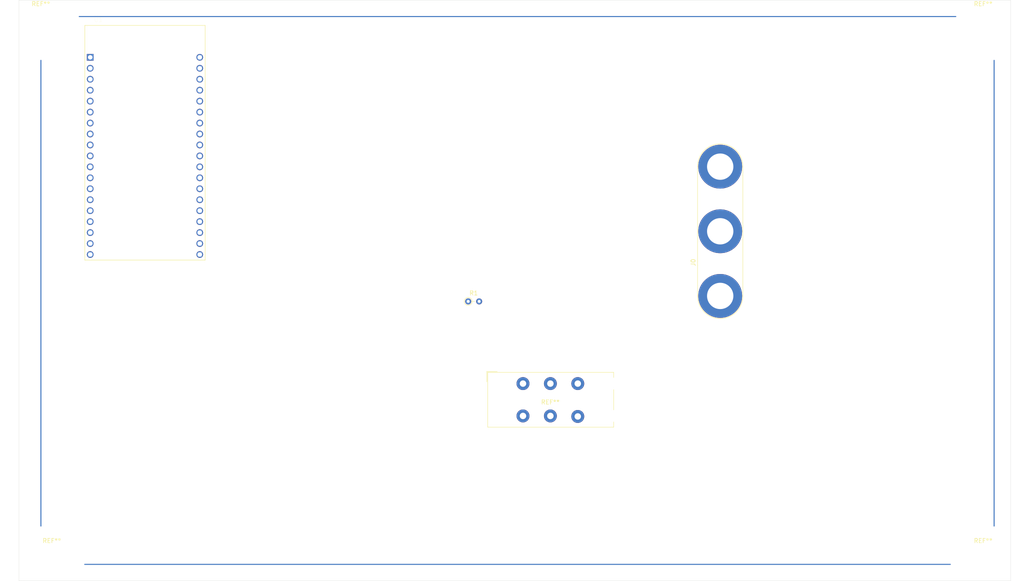
<source format=kicad_pcb>
(kicad_pcb (version 20171130) (host pcbnew 5.1.5)

  (general
    (thickness 1.6)
    (drawings 5)
    (tracks 4)
    (zones 0)
    (modules 8)
    (nets 39)
  )

  (page A4)
  (layers
    (0 F.Cu signal)
    (31 B.Cu signal)
    (32 B.Adhes user)
    (33 F.Adhes user)
    (34 B.Paste user)
    (35 F.Paste user)
    (36 B.SilkS user)
    (37 F.SilkS user)
    (38 B.Mask user)
    (39 F.Mask user)
    (40 Dwgs.User user)
    (41 Cmts.User user)
    (42 Eco1.User user)
    (43 Eco2.User user)
    (44 Edge.Cuts user)
    (45 Margin user)
    (46 B.CrtYd user)
    (47 F.CrtYd user)
    (48 B.Fab user)
    (49 F.Fab user)
  )

  (setup
    (last_trace_width 0.25)
    (trace_clearance 0.2)
    (zone_clearance 0.508)
    (zone_45_only no)
    (trace_min 0.2)
    (via_size 0.8)
    (via_drill 0.4)
    (via_min_size 0.4)
    (via_min_drill 0.3)
    (uvia_size 0.3)
    (uvia_drill 0.1)
    (uvias_allowed no)
    (uvia_min_size 0.2)
    (uvia_min_drill 0.1)
    (edge_width 0.05)
    (segment_width 0.2)
    (pcb_text_width 0.3)
    (pcb_text_size 1.5 1.5)
    (mod_edge_width 0.12)
    (mod_text_size 1 1)
    (mod_text_width 0.15)
    (pad_size 1.524 1.524)
    (pad_drill 0.762)
    (pad_to_mask_clearance 0.051)
    (solder_mask_min_width 0.25)
    (aux_axis_origin 0 0)
    (visible_elements FFFFFF7F)
    (pcbplotparams
      (layerselection 0x010fc_ffffffff)
      (usegerberextensions false)
      (usegerberattributes false)
      (usegerberadvancedattributes false)
      (creategerberjobfile false)
      (excludeedgelayer true)
      (linewidth 0.100000)
      (plotframeref false)
      (viasonmask false)
      (mode 1)
      (useauxorigin false)
      (hpglpennumber 1)
      (hpglpenspeed 20)
      (hpglpendiameter 15.000000)
      (psnegative false)
      (psa4output false)
      (plotreference true)
      (plotvalue true)
      (plotinvisibletext false)
      (padsonsilk false)
      (subtractmaskfromsilk false)
      (outputformat 1)
      (mirror false)
      (drillshape 1)
      (scaleselection 1)
      (outputdirectory ""))
  )

  (net 0 "")
  (net 1 +3V3)
  (net 2 GND)
  (net 3 "Net-(J0-Pad2)")
  (net 4 "Net-(U1-Pad2)")
  (net 5 "Net-(U1-Pad19)")
  (net 6 "Net-(U1-Pad3)")
  (net 7 "Net-(U1-Pad4)")
  (net 8 "Net-(U1-Pad5)")
  (net 9 "Net-(U1-Pad6)")
  (net 10 "Net-(U1-Pad7)")
  (net 11 "Net-(U1-Pad8)")
  (net 12 "Net-(U1-Pad9)")
  (net 13 "Net-(U1-Pad10)")
  (net 14 "Net-(U1-Pad11)")
  (net 15 "Net-(U1-Pad12)")
  (net 16 "Net-(U1-Pad13)")
  (net 17 "Net-(U1-Pad14)")
  (net 18 "Net-(U1-Pad15)")
  (net 19 "Net-(U1-Pad16)")
  (net 20 "Net-(U1-Pad17)")
  (net 21 "Net-(U1-Pad18)")
  (net 22 "Net-(U1-Pad21)")
  (net 23 "Net-(U1-Pad22)")
  (net 24 "Net-(U1-Pad23)")
  (net 25 "Net-(U1-Pad24)")
  (net 26 "Net-(U1-Pad25)")
  (net 27 "Net-(U1-Pad26)")
  (net 28 "Net-(U1-Pad27)")
  (net 29 "Net-(U1-Pad28)")
  (net 30 "Net-(U1-Pad29)")
  (net 31 "Net-(U1-Pad30)")
  (net 32 "Net-(U1-Pad31)")
  (net 33 "Net-(U1-Pad33)")
  (net 34 "Net-(U1-Pad34)")
  (net 35 "Net-(U1-Pad35)")
  (net 36 "Net-(U1-Pad36)")
  (net 37 "Net-(U1-Pad37)")
  (net 38 "Net-(U1-Pad38)")

  (net_class Default "Esta é a classe de rede padrão."
    (clearance 0.2)
    (trace_width 0.25)
    (via_dia 0.8)
    (via_drill 0.4)
    (uvia_dia 0.3)
    (uvia_drill 0.1)
    (add_net +3V3)
    (add_net GND)
    (add_net "Net-(J0-Pad2)")
    (add_net "Net-(U1-Pad10)")
    (add_net "Net-(U1-Pad11)")
    (add_net "Net-(U1-Pad12)")
    (add_net "Net-(U1-Pad13)")
    (add_net "Net-(U1-Pad14)")
    (add_net "Net-(U1-Pad15)")
    (add_net "Net-(U1-Pad16)")
    (add_net "Net-(U1-Pad17)")
    (add_net "Net-(U1-Pad18)")
    (add_net "Net-(U1-Pad19)")
    (add_net "Net-(U1-Pad2)")
    (add_net "Net-(U1-Pad21)")
    (add_net "Net-(U1-Pad22)")
    (add_net "Net-(U1-Pad23)")
    (add_net "Net-(U1-Pad24)")
    (add_net "Net-(U1-Pad25)")
    (add_net "Net-(U1-Pad26)")
    (add_net "Net-(U1-Pad27)")
    (add_net "Net-(U1-Pad28)")
    (add_net "Net-(U1-Pad29)")
    (add_net "Net-(U1-Pad3)")
    (add_net "Net-(U1-Pad30)")
    (add_net "Net-(U1-Pad31)")
    (add_net "Net-(U1-Pad33)")
    (add_net "Net-(U1-Pad34)")
    (add_net "Net-(U1-Pad35)")
    (add_net "Net-(U1-Pad36)")
    (add_net "Net-(U1-Pad37)")
    (add_net "Net-(U1-Pad38)")
    (add_net "Net-(U1-Pad4)")
    (add_net "Net-(U1-Pad5)")
    (add_net "Net-(U1-Pad6)")
    (add_net "Net-(U1-Pad7)")
    (add_net "Net-(U1-Pad8)")
    (add_net "Net-(U1-Pad9)")
  )

  (module MountingHole:MountingHole_3.2mm_M3 (layer F.Cu) (tedit 56D1B4CB) (tstamp 5E89039C)
    (at 34.29 151.13)
    (descr "Mounting Hole 3.2mm, no annular, M3")
    (tags "mounting hole 3.2mm no annular m3")
    (attr virtual)
    (fp_text reference REF** (at 0 -4.2) (layer F.SilkS)
      (effects (font (size 1 1) (thickness 0.15)))
    )
    (fp_text value MountingHole_3.2mm_M3 (at 0 4.2) (layer F.Fab)
      (effects (font (size 1 1) (thickness 0.15)))
    )
    (fp_text user %R (at 0.3 0) (layer F.Fab)
      (effects (font (size 1 1) (thickness 0.15)))
    )
    (fp_circle (center 0 0) (end 3.2 0) (layer Cmts.User) (width 0.15))
    (fp_circle (center 0 0) (end 3.45 0) (layer F.CrtYd) (width 0.05))
    (pad 1 np_thru_hole circle (at 0 0) (size 3.2 3.2) (drill 3.2) (layers *.Cu *.Mask))
  )

  (module MountingHole:MountingHole_3.2mm_M3 (layer F.Cu) (tedit 56D1B4CB) (tstamp 5E89038E)
    (at 250.19 151.13)
    (descr "Mounting Hole 3.2mm, no annular, M3")
    (tags "mounting hole 3.2mm no annular m3")
    (attr virtual)
    (fp_text reference REF** (at 0 -4.2) (layer F.SilkS)
      (effects (font (size 1 1) (thickness 0.15)))
    )
    (fp_text value MountingHole_3.2mm_M3 (at 0 4.2) (layer F.Fab)
      (effects (font (size 1 1) (thickness 0.15)))
    )
    (fp_circle (center 0 0) (end 3.45 0) (layer F.CrtYd) (width 0.05))
    (fp_circle (center 0 0) (end 3.2 0) (layer Cmts.User) (width 0.15))
    (fp_text user %R (at 0.3 0) (layer F.Fab)
      (effects (font (size 1 1) (thickness 0.15)))
    )
    (pad 1 np_thru_hole circle (at 0 0) (size 3.2 3.2) (drill 3.2) (layers *.Cu *.Mask))
  )

  (module MountingHole:MountingHole_3.2mm_M3 (layer F.Cu) (tedit 56D1B4CB) (tstamp 5E890380)
    (at 250.19 26.67)
    (descr "Mounting Hole 3.2mm, no annular, M3")
    (tags "mounting hole 3.2mm no annular m3")
    (attr virtual)
    (fp_text reference REF** (at 0 -4.2) (layer F.SilkS)
      (effects (font (size 1 1) (thickness 0.15)))
    )
    (fp_text value MountingHole_3.2mm_M3 (at 0 4.2) (layer F.Fab)
      (effects (font (size 1 1) (thickness 0.15)))
    )
    (fp_text user %R (at 0.3 0) (layer F.Fab)
      (effects (font (size 1 1) (thickness 0.15)))
    )
    (fp_circle (center 0 0) (end 3.2 0) (layer Cmts.User) (width 0.15))
    (fp_circle (center 0 0) (end 3.45 0) (layer F.CrtYd) (width 0.05))
    (pad 1 np_thru_hole circle (at 0 0) (size 3.2 3.2) (drill 3.2) (layers *.Cu *.Mask))
  )

  (module MountingHole:MountingHole_3.2mm_M3 (layer F.Cu) (tedit 56D1B4CB) (tstamp 5E890371)
    (at 31.75 26.67)
    (descr "Mounting Hole 3.2mm, no annular, M3")
    (tags "mounting hole 3.2mm no annular m3")
    (attr virtual)
    (fp_text reference REF** (at 0 -4.2) (layer F.SilkS)
      (effects (font (size 1 1) (thickness 0.15)))
    )
    (fp_text value MountingHole_3.2mm_M3 (at 0 4.2) (layer F.Fab)
      (effects (font (size 1 1) (thickness 0.15)))
    )
    (fp_circle (center 0 0) (end 3.45 0) (layer F.CrtYd) (width 0.05))
    (fp_circle (center 0 0) (end 3.2 0) (layer Cmts.User) (width 0.15))
    (fp_text user %R (at 0.3 0) (layer F.Fab)
      (effects (font (size 1 1) (thickness 0.15)))
    )
    (pad 1 np_thru_hole circle (at 0 0) (size 3.2 3.2) (drill 3.2) (layers *.Cu *.Mask))
  )

  (module tiot:shield_relay (layer F.Cu) (tedit 5E888AD9) (tstamp 5E89012C)
    (at 149.86 114.3)
    (fp_text reference REF** (at 0 0.5) (layer F.SilkS)
      (effects (font (size 1 1) (thickness 0.15)))
    )
    (fp_text value shield_relay (at 11.43 7.62) (layer F.Fab)
      (effects (font (size 1 1) (thickness 0.15)))
    )
    (fp_line (start -12.33 -6.61) (end -14.73 -6.61) (layer F.SilkS) (width 0.12))
    (fp_line (start -14.68 -6.56) (end -14.68 6.44) (layer F.CrtYd) (width 0.05))
    (fp_line (start -14.43 6.19) (end 14.57 6.19) (layer F.Fab) (width 0.12))
    (fp_line (start -14.53 6.29) (end -14.53 -6.41) (layer F.SilkS) (width 0.12))
    (fp_line (start -14.43 -5.21) (end -14.43 6.19) (layer F.Fab) (width 0.12))
    (fp_line (start -14.68 -6.56) (end 15.32 -6.56) (layer F.CrtYd) (width 0.05))
    (fp_line (start -14.53 -6.41) (end 14.67 -6.41) (layer F.SilkS) (width 0.12))
    (fp_line (start 14.67 -2.41) (end 14.67 2.29) (layer F.SilkS) (width 0.12))
    (fp_line (start -14.73 -4.21) (end -14.73 -6.61) (layer F.SilkS) (width 0.12))
    (fp_line (start -13.43 -6.31) (end -14.43 -5.21) (layer F.Fab) (width 0.12))
    (fp_line (start 15.32 6.44) (end 15.32 -6.56) (layer F.CrtYd) (width 0.05))
    (fp_line (start 14.67 5.09) (end 14.67 6.29) (layer F.SilkS) (width 0.12))
    (fp_line (start 15.32 6.44) (end -14.68 6.44) (layer F.CrtYd) (width 0.05))
    (fp_line (start 14.67 -6.41) (end 14.67 -5.21) (layer F.SilkS) (width 0.12))
    (fp_line (start 14.57 -6.31) (end -13.43 -6.31) (layer F.Fab) (width 0.12))
    (fp_line (start 14.57 6.19) (end 14.57 -6.31) (layer F.Fab) (width 0.12))
    (fp_line (start 14.67 6.29) (end -14.53 6.29) (layer F.SilkS) (width 0.12))
    (pad 5 thru_hole circle (at 0 3.69) (size 3 3) (drill 1.5) (layers *.Cu *.Mask))
    (pad 6 thru_hole circle (at 6.35 3.81) (size 3 3) (drill 1.5) (layers *.Cu *.Mask))
    (pad 1 thru_hole circle (at -6.35 -3.81) (size 3 3) (drill 1.5) (layers *.Cu *.Mask))
    (pad 4 thru_hole circle (at -6.35 3.69) (size 3 3) (drill 1.5) (layers *.Cu *.Mask))
    (pad 2 thru_hole circle (at 0 -3.81) (size 3 3) (drill 1.5) (layers *.Cu *.Mask))
    (pad 3 thru_hole circle (at 6.35 -3.81) (size 3 3) (drill 1.5) (layers *.Cu *.Mask))
  )

  (module Connector:Banana_Jack_3Pin (layer F.Cu) (tedit 5A1AB217) (tstamp 5E88FCDF)
    (at 189.23 90.17 90)
    (descr "Triple banana socket, footprint - 3 x 6mm drills")
    (tags "banana socket")
    (path /5E8898E0)
    (fp_text reference J0 (at 7.75 -6.25 90) (layer F.SilkS)
      (effects (font (size 1 1) (thickness 0.15)))
    )
    (fp_text value Conn_01x03 (at 22.5 -6.25 90) (layer F.Fab)
      (effects (font (size 1 1) (thickness 0.15)))
    )
    (fp_text user %R (at 14.99 0 90) (layer F.Fab)
      (effects (font (size 0.8 0.8) (thickness 0.12)))
    )
    (fp_line (start 30 5.5) (end 0 5.5) (layer F.CrtYd) (width 0.05))
    (fp_line (start 0 -5.5) (end 30 -5.5) (layer F.CrtYd) (width 0.05))
    (fp_line (start 0 5.25) (end 30 5.25) (layer F.SilkS) (width 0.12))
    (fp_line (start 30 -5.25) (end 0 -5.25) (layer F.SilkS) (width 0.12))
    (fp_circle (center 30 0) (end 30 -2) (layer F.Fab) (width 0.1))
    (fp_circle (center 30 0) (end 30 -4.75) (layer F.Fab) (width 0.1))
    (fp_circle (center 15 0) (end 19.75 0) (layer F.Fab) (width 0.1))
    (fp_circle (center 15 0) (end 17 0) (layer F.Fab) (width 0.1))
    (fp_circle (center 0 0) (end 4.75 0) (layer F.Fab) (width 0.1))
    (fp_circle (center 0 0) (end 2 0) (layer F.Fab) (width 0.1))
    (fp_arc (start 0 0) (end 0 5.5) (angle 180) (layer F.CrtYd) (width 0.05))
    (fp_arc (start 30 0) (end 30 -5.5) (angle 180) (layer F.CrtYd) (width 0.05))
    (fp_arc (start 30 0) (end 30 -5.25) (angle 180) (layer F.SilkS) (width 0.12))
    (fp_arc (start 0 0) (end 0 5.25) (angle 180) (layer F.SilkS) (width 0.12))
    (pad 1 thru_hole circle (at 0 0 90) (size 10.16 10.16) (drill 6.1) (layers *.Cu *.Mask)
      (net 1 +3V3))
    (pad 3 thru_hole circle (at 29.97 0 90) (size 10.16 10.16) (drill 6.1) (layers *.Cu *.Mask)
      (net 2 GND))
    (pad 2 thru_hole circle (at 14.99 0 90) (size 10.16 10.16) (drill 6.1) (layers *.Cu *.Mask)
      (net 3 "Net-(J0-Pad2)"))
    (model ${KISYS3DMOD}/Connector.3dshapes/Banana_Jack_3Pin.wrl
      (offset (xyz 14.9999997746626 0 0))
      (scale (xyz 2 2 2))
      (rotate (xyz 0 0 0))
    )
  )

  (module Resistor_THT:R_Axial_DIN0204_L3.6mm_D1.6mm_P2.54mm_Vertical (layer F.Cu) (tedit 5AE5139B) (tstamp 5E88FCEE)
    (at 130.81 91.44)
    (descr "Resistor, Axial_DIN0204 series, Axial, Vertical, pin pitch=2.54mm, 0.167W, length*diameter=3.6*1.6mm^2, http://cdn-reichelt.de/documents/datenblatt/B400/1_4W%23YAG.pdf")
    (tags "Resistor Axial_DIN0204 series Axial Vertical pin pitch 2.54mm 0.167W length 3.6mm diameter 1.6mm")
    (path /5E87C1AE)
    (fp_text reference R1 (at 1.27 -1.92) (layer F.SilkS)
      (effects (font (size 1 1) (thickness 0.15)))
    )
    (fp_text value R (at 1.27 1.92) (layer F.Fab)
      (effects (font (size 1 1) (thickness 0.15)))
    )
    (fp_circle (center 0 0) (end 0.8 0) (layer F.Fab) (width 0.1))
    (fp_circle (center 0 0) (end 0.92 0) (layer F.SilkS) (width 0.12))
    (fp_line (start 0 0) (end 2.54 0) (layer F.Fab) (width 0.1))
    (fp_line (start 0.92 0) (end 1.54 0) (layer F.SilkS) (width 0.12))
    (fp_line (start -1.05 -1.05) (end -1.05 1.05) (layer F.CrtYd) (width 0.05))
    (fp_line (start -1.05 1.05) (end 3.49 1.05) (layer F.CrtYd) (width 0.05))
    (fp_line (start 3.49 1.05) (end 3.49 -1.05) (layer F.CrtYd) (width 0.05))
    (fp_line (start 3.49 -1.05) (end -1.05 -1.05) (layer F.CrtYd) (width 0.05))
    (fp_text user %R (at 1.27 -1.92) (layer F.Fab)
      (effects (font (size 1 1) (thickness 0.15)))
    )
    (pad 1 thru_hole circle (at 0 0) (size 1.4 1.4) (drill 0.7) (layers *.Cu *.Mask)
      (net 1 +3V3))
    (pad 2 thru_hole oval (at 2.54 0) (size 1.4 1.4) (drill 0.7) (layers *.Cu *.Mask)
      (net 3 "Net-(J0-Pad2)"))
    (model ${KISYS3DMOD}/Resistor_THT.3dshapes/R_Axial_DIN0204_L3.6mm_D1.6mm_P2.54mm_Vertical.wrl
      (at (xyz 0 0 0))
      (scale (xyz 1 1 1))
      (rotate (xyz 0 0 0))
    )
  )

  (module ESP32-DEVKITC-32D:MODULE_ESP32-DEVKITC-32D (layer F.Cu) (tedit 5E87A112) (tstamp 5E88FD26)
    (at 55.88 54.61)
    (path /5E87A32F)
    (fp_text reference U1 (at -10.829175 -28.446045) (layer F.SilkS)
      (effects (font (size 1.000386 1.000386) (thickness 0.015)))
    )
    (fp_text value ESP32-DEVKITC-32D (at 1.24136 28.294535) (layer F.Fab)
      (effects (font (size 1.001047 1.001047) (thickness 0.015)))
    )
    (fp_line (start -13.95 -27.15) (end 13.95 -27.15) (layer F.Fab) (width 0.127))
    (fp_line (start 13.95 -27.15) (end 13.95 27.25) (layer F.Fab) (width 0.127))
    (fp_line (start 13.95 27.25) (end -13.95 27.25) (layer F.Fab) (width 0.127))
    (fp_line (start -13.95 27.25) (end -13.95 -27.15) (layer F.Fab) (width 0.127))
    (fp_line (start -13.95 27.25) (end -13.95 -27.15) (layer F.SilkS) (width 0.127))
    (fp_line (start -13.95 -27.15) (end 13.95 -27.15) (layer F.SilkS) (width 0.127))
    (fp_line (start 13.95 -27.15) (end 13.95 27.25) (layer F.SilkS) (width 0.127))
    (fp_line (start 13.95 27.25) (end -13.95 27.25) (layer F.SilkS) (width 0.127))
    (fp_line (start -14.2 -27.4) (end 14.2 -27.4) (layer F.CrtYd) (width 0.05))
    (fp_line (start 14.2 -27.4) (end 14.2 27.5) (layer F.CrtYd) (width 0.05))
    (fp_line (start 14.2 27.5) (end -14.2 27.5) (layer F.CrtYd) (width 0.05))
    (fp_line (start -14.2 27.5) (end -14.2 -27.4) (layer F.CrtYd) (width 0.05))
    (fp_circle (center -14.6 -19.9) (end -14.46 -19.9) (layer F.Fab) (width 0.28))
    (fp_circle (center -14.6 -19.9) (end -14.46 -19.9) (layer F.Fab) (width 0.28))
    (pad 1 thru_hole rect (at -12.7 -19.76) (size 1.56 1.56) (drill 1.04) (layers *.Cu *.Mask)
      (net 1 +3V3))
    (pad 2 thru_hole circle (at -12.7 -17.22) (size 1.56 1.56) (drill 1.04) (layers *.Cu *.Mask)
      (net 4 "Net-(U1-Pad2)"))
    (pad 19 thru_hole circle (at -12.7 25.96) (size 1.56 1.56) (drill 1.04) (layers *.Cu *.Mask)
      (net 5 "Net-(U1-Pad19)"))
    (pad 3 thru_hole circle (at -12.7 -14.68) (size 1.56 1.56) (drill 1.04) (layers *.Cu *.Mask)
      (net 6 "Net-(U1-Pad3)"))
    (pad 4 thru_hole circle (at -12.7 -12.14) (size 1.56 1.56) (drill 1.04) (layers *.Cu *.Mask)
      (net 7 "Net-(U1-Pad4)"))
    (pad 5 thru_hole circle (at -12.7 -9.6) (size 1.56 1.56) (drill 1.04) (layers *.Cu *.Mask)
      (net 8 "Net-(U1-Pad5)"))
    (pad 6 thru_hole circle (at -12.7 -7.06) (size 1.56 1.56) (drill 1.04) (layers *.Cu *.Mask)
      (net 9 "Net-(U1-Pad6)"))
    (pad 7 thru_hole circle (at -12.7 -4.52) (size 1.56 1.56) (drill 1.04) (layers *.Cu *.Mask)
      (net 10 "Net-(U1-Pad7)"))
    (pad 8 thru_hole circle (at -12.7 -1.98) (size 1.56 1.56) (drill 1.04) (layers *.Cu *.Mask)
      (net 11 "Net-(U1-Pad8)"))
    (pad 9 thru_hole circle (at -12.7 0.56) (size 1.56 1.56) (drill 1.04) (layers *.Cu *.Mask)
      (net 12 "Net-(U1-Pad9)"))
    (pad 10 thru_hole circle (at -12.7 3.1) (size 1.56 1.56) (drill 1.04) (layers *.Cu *.Mask)
      (net 13 "Net-(U1-Pad10)"))
    (pad 11 thru_hole circle (at -12.7 5.64) (size 1.56 1.56) (drill 1.04) (layers *.Cu *.Mask)
      (net 14 "Net-(U1-Pad11)"))
    (pad 12 thru_hole circle (at -12.7 8.18) (size 1.56 1.56) (drill 1.04) (layers *.Cu *.Mask)
      (net 15 "Net-(U1-Pad12)"))
    (pad 13 thru_hole circle (at -12.7 10.72) (size 1.56 1.56) (drill 1.04) (layers *.Cu *.Mask)
      (net 16 "Net-(U1-Pad13)"))
    (pad 14 thru_hole circle (at -12.7 13.26) (size 1.56 1.56) (drill 1.04) (layers *.Cu *.Mask)
      (net 17 "Net-(U1-Pad14)"))
    (pad 15 thru_hole circle (at -12.7 15.8) (size 1.56 1.56) (drill 1.04) (layers *.Cu *.Mask)
      (net 18 "Net-(U1-Pad15)"))
    (pad 16 thru_hole circle (at -12.7 18.34) (size 1.56 1.56) (drill 1.04) (layers *.Cu *.Mask)
      (net 19 "Net-(U1-Pad16)"))
    (pad 17 thru_hole circle (at -12.7 20.88) (size 1.56 1.56) (drill 1.04) (layers *.Cu *.Mask)
      (net 20 "Net-(U1-Pad17)"))
    (pad 18 thru_hole circle (at -12.7 23.42) (size 1.56 1.56) (drill 1.04) (layers *.Cu *.Mask)
      (net 21 "Net-(U1-Pad18)"))
    (pad 20 thru_hole circle (at 12.7 -19.76) (size 1.56 1.56) (drill 1.04) (layers *.Cu *.Mask)
      (net 2 GND))
    (pad 21 thru_hole circle (at 12.7 -17.22) (size 1.56 1.56) (drill 1.04) (layers *.Cu *.Mask)
      (net 22 "Net-(U1-Pad21)"))
    (pad 22 thru_hole circle (at 12.7 -14.68) (size 1.56 1.56) (drill 1.04) (layers *.Cu *.Mask)
      (net 23 "Net-(U1-Pad22)"))
    (pad 23 thru_hole circle (at 12.7 -12.14) (size 1.56 1.56) (drill 1.04) (layers *.Cu *.Mask)
      (net 24 "Net-(U1-Pad23)"))
    (pad 24 thru_hole circle (at 12.7 -9.6) (size 1.56 1.56) (drill 1.04) (layers *.Cu *.Mask)
      (net 25 "Net-(U1-Pad24)"))
    (pad 25 thru_hole circle (at 12.7 -7.06) (size 1.56 1.56) (drill 1.04) (layers *.Cu *.Mask)
      (net 26 "Net-(U1-Pad25)"))
    (pad 26 thru_hole circle (at 12.7 -4.52) (size 1.56 1.56) (drill 1.04) (layers *.Cu *.Mask)
      (net 27 "Net-(U1-Pad26)"))
    (pad 27 thru_hole circle (at 12.7 -1.98) (size 1.56 1.56) (drill 1.04) (layers *.Cu *.Mask)
      (net 28 "Net-(U1-Pad27)"))
    (pad 28 thru_hole circle (at 12.7 0.56) (size 1.56 1.56) (drill 1.04) (layers *.Cu *.Mask)
      (net 29 "Net-(U1-Pad28)"))
    (pad 29 thru_hole circle (at 12.7 3.1) (size 1.56 1.56) (drill 1.04) (layers *.Cu *.Mask)
      (net 30 "Net-(U1-Pad29)"))
    (pad 30 thru_hole circle (at 12.7 5.64) (size 1.56 1.56) (drill 1.04) (layers *.Cu *.Mask)
      (net 31 "Net-(U1-Pad30)"))
    (pad 31 thru_hole circle (at 12.7 8.18) (size 1.56 1.56) (drill 1.04) (layers *.Cu *.Mask)
      (net 32 "Net-(U1-Pad31)"))
    (pad 32 thru_hole circle (at 12.7 10.72) (size 1.56 1.56) (drill 1.04) (layers *.Cu *.Mask)
      (net 3 "Net-(J0-Pad2)"))
    (pad 33 thru_hole circle (at 12.7 13.26) (size 1.56 1.56) (drill 1.04) (layers *.Cu *.Mask)
      (net 33 "Net-(U1-Pad33)"))
    (pad 34 thru_hole circle (at 12.7 15.8) (size 1.56 1.56) (drill 1.04) (layers *.Cu *.Mask)
      (net 34 "Net-(U1-Pad34)"))
    (pad 35 thru_hole circle (at 12.7 18.34) (size 1.56 1.56) (drill 1.04) (layers *.Cu *.Mask)
      (net 35 "Net-(U1-Pad35)"))
    (pad 36 thru_hole circle (at 12.7 20.88) (size 1.56 1.56) (drill 1.04) (layers *.Cu *.Mask)
      (net 36 "Net-(U1-Pad36)"))
    (pad 37 thru_hole circle (at 12.7 23.42) (size 1.56 1.56) (drill 1.04) (layers *.Cu *.Mask)
      (net 37 "Net-(U1-Pad37)"))
    (pad 38 thru_hole circle (at 12.7 25.96) (size 1.56 1.56) (drill 1.04) (layers *.Cu *.Mask)
      (net 38 "Net-(U1-Pad38)"))
  )

  (gr_line (start 26.67 156.21) (end 26.67 21.59) (layer Edge.Cuts) (width 0.05) (tstamp 5E890135))
  (gr_line (start 27.94 156.21) (end 26.67 156.21) (layer Edge.Cuts) (width 0.05))
  (gr_line (start 256.54 156.21) (end 27.94 156.21) (layer Edge.Cuts) (width 0.05))
  (gr_line (start 256.54 21.59) (end 256.54 156.21) (layer Edge.Cuts) (width 0.05))
  (gr_line (start 26.67 21.59) (end 256.54 21.59) (layer Edge.Cuts) (width 0.05))

  (segment (start 31.75 35.56) (end 31.75 143.51) (width 0.25) (layer B.Cu) (net 0))
  (segment (start 41.91 152.4) (end 242.57 152.4) (width 0.25) (layer B.Cu) (net 0))
  (segment (start 252.73 143.51) (end 252.73 35.56) (width 0.25) (layer B.Cu) (net 0))
  (segment (start 243.84 25.4) (end 40.64 25.4) (width 0.25) (layer B.Cu) (net 0))

)

</source>
